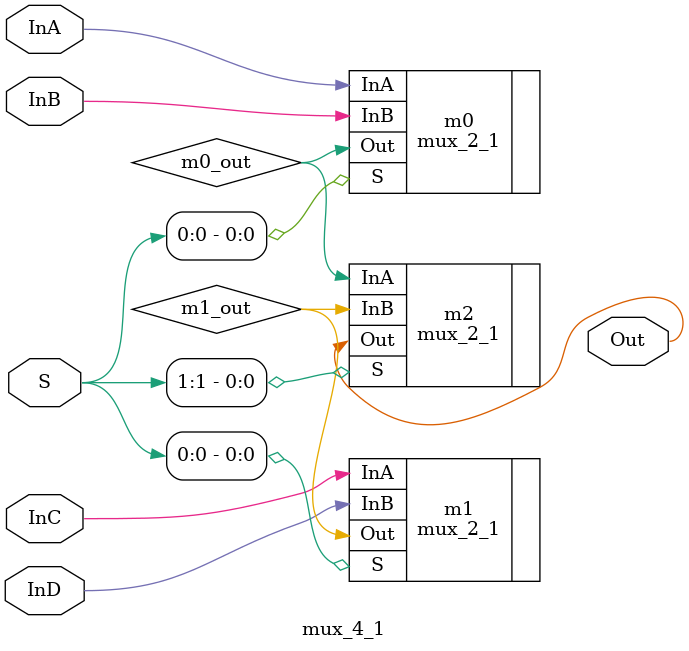
<source format=v>

module mux_4_1 (InA, InB, InC, InD, S, Out);
	input InA, InB, InC, InD;
	input [1:0] S;
	output Out;

	wire m0_out, m1_out;
	mux_2_1 m0 (.InA(InA), .InB(InB), .S(S[0]), .Out(m0_out));
	mux_2_1 m1 (.InA(InC), .InB(InD), .S(S[0]), .Out(m1_out));

	mux_2_1 m2 (.InA(m0_out), .InB(m1_out), .S(S[1]), .Out(Out));
endmodule

</source>
